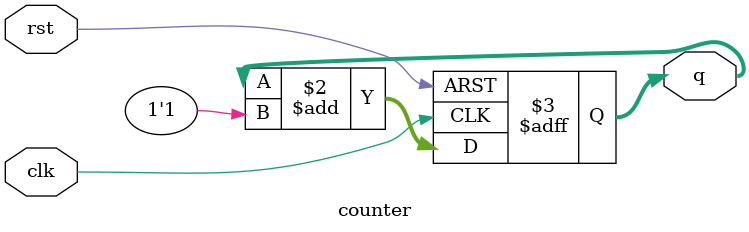
<source format=v>
module counter (
    input  wire clk,
    input  wire rst,
    output reg [3:0] q
);

always @(posedge clk or posedge rst) begin
    if (rst)
        q <= 4'b0000;
    else
        q <= q + 1'b0001;
end
endmodule

</source>
